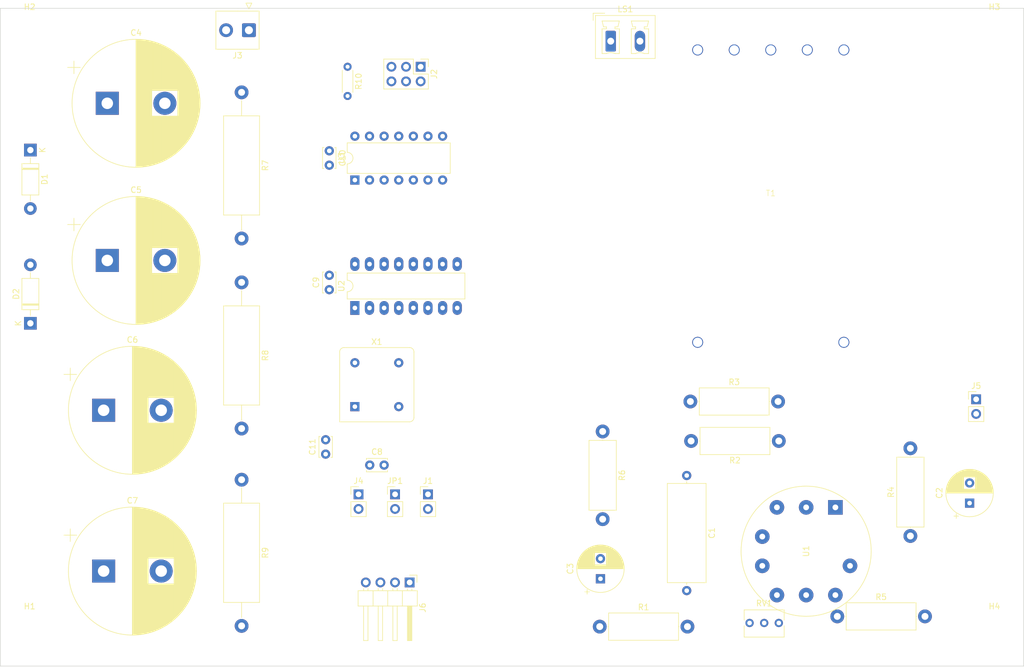
<source format=kicad_pcb>
(kicad_pcb (version 20221018) (generator pcbnew)
  (layers (0 "F.Cu" signal) (31 "B.Cu" signal) (34 "B.Paste" user) (35 "F.Paste" user) (36 "B.SilkS" user "B.Silkscreen") (37 "F.SilkS" user "F.Silkscreen") (38 "B.Mask" user) (39 "F.Mask" user) (44 "Edge.Cuts" user))
  (net 0 "")
  (net 1 "Net-(C1-Pad1)")
  (net 2 "Net-(U1A-A)")
  (net 3 "Net-(U1B-K)")
  (net 4 "Earth")
  (net 5 "HT")
  (net 6 "Net-(U1B-G)")
  (net 7 "Net-(U1A-K)")
  (net 8 "Net-(C3-Pad1)")
  (net 9 "Net-(U1A-G)")
  (net 10 "Net-(J1-Pin_1)")
  (net 11 "Net-(T1-BLU)")
  (net 12 "Net-(T1-BLK)")
  (net 14 "Net-(T1-YEL)")
  (net 16 "Net-(D1-K)")
  (net 17 "Net-(C4-Pad2)")
  (net 18 "Net-(D2-K)")
  (net 19 "Net-(C6-Pad1)")
  (net 20 "Net-(J3-Pin_1)")
  (net 23 "+5V")
  (net 24 "Net-(J4-Pin_1)")
  (net 25 "Net-(JP1-A)")
  (net 26 "/MISO")
  (net 27 "VCC")
  (net 28 "/SCL")
  (net 29 "/MOSI")
  (net 30 "/nRESET")
  (net 31 "GND")
  (net 32 "Net-(J5-Pin_1)")
  (net 33 "Net-(J5-Pin_2)")
  (net 34 "/RXD")
  (net 35 "/TXD")
  (net 36 "Net-(U2-D0)")
  (net 37 "Net-(U2-nWE)")
  (net 38 "Net-(U2-D7)")
  (net 39 "Net-(U2-D6)")
  (net 40 "Net-(U2-D5)")
  (net 41 "Net-(U2-D4)")
  (net 42 "/CLK")
  (footprint "Capacitor_THT:CP_Radial_D22.0mm_P10.00mm_SnapIn" (layer "F.Cu") (at 63.025 60.96)
    (fp_text reference "C4" (at 5 -12.25) (layer "F.SilkS"))
    (fp_text value "100u 400V")
    (pad "1" thru_hole rect (at 0 0) (size 4 4) (drill 2) (layers "*.Cu" "*.Mask") (net 16 "Net-(D1-K)"))
    (pad "2" thru_hole circle (at 10 0) (size 4 4) (drill 2) (layers "*.Cu" "*.Mask") (net 17 "Net-(C4-Pad2)"))
  )
  (footprint "Capacitor_THT:CP_Radial_D8.0mm_P3.50mm" (layer "F.Cu") (at 148.717 143.581 90)
    (fp_text reference "C3" (at 1.75 -5.25 90) (layer "F.SilkS"))
    (fp_text value "33uF 400V")
    (pad "1" thru_hole rect (at 0 0 90) (size 1.6 1.6) (drill 0.8) (layers "*.Cu" "*.Mask") (net 8 "Net-(C3-Pad1)"))
    (pad "2" thru_hole circle (at 3.5 0 90) (size 1.6 1.6) (drill 0.8) (layers "*.Cu" "*.Mask") (net 4 "Earth"))
  )
  (footprint "Capacitor_THT:CP_Radial_D22.0mm_P10.00mm_SnapIn" (layer "F.Cu") (at 62.39 114.3)
    (fp_text reference "C6" (at 5 -12.25) (layer "F.SilkS"))
    (fp_text value "100u 400V")
    (pad "1" thru_hole rect (at 0 0) (size 4 4) (drill 2) (layers "*.Cu" "*.Mask") (net 19 "Net-(C6-Pad1)"))
    (pad "2" thru_hole circle (at 10 0) (size 4 4) (drill 2) (layers "*.Cu" "*.Mask") (net 4 "Earth"))
  )
  (footprint "Capacitor_THT:C_Disc_D3.4mm_W2.1mm_P2.50mm" (layer "F.Cu") (at 101.6 69.215 -90)
    (fp_text reference "C10" (at 1.25 -2.3 90) (layer "F.SilkS"))
    (fp_text value "0.1uF")
    (pad "1" thru_hole circle (at 0 0 270) (size 1.6 1.6) (drill 0.8) (layers "*.Cu" "*.Mask") (net 4 "Earth"))
    (pad "2" thru_hole circle (at 2.5 0 270) (size 1.6 1.6) (drill 0.8) (layers "*.Cu" "*.Mask") (net 23 "+5V"))
  )
  (footprint "Potentiometer_THT:Potentiometer_Bourns_3266Y_Vertical" (layer "F.Cu") (at 179.705 151.257)
    (fp_text reference "RV1" (at -2.54 -3.41) (layer "F.SilkS"))
    (fp_text value "100k_audio")
    (pad "1" thru_hole circle (at 0 0) (size 1.44 1.44) (drill 0.8) (layers "*.Cu" "*.Mask") (net 4 "Earth"))
    (pad "2" thru_hole circle (at -2.54 0) (size 1.44 1.44) (drill 0.8) (layers "*.Cu" "*.Mask") (net 9 "Net-(U1A-G)"))
    (pad "3" thru_hole circle (at -5.08 0) (size 1.44 1.44) (drill 0.8) (layers "*.Cu" "*.Mask") (net 10 "Net-(J1-Pin_1)"))
  )
  (footprint "Resistor_THT:R_Axial_DIN0617_L17.0mm_D6.0mm_P25.40mm_Horizontal" (layer "F.Cu") (at 86.36 126.365 -90)
    (fp_text reference "R9" (at 12.7 -4.12 90) (layer "F.SilkS"))
    (fp_text value "200 ohm 5W")
    (pad "1" thru_hole circle (at 0 0 270) (size 2.4 2.4) (drill 1.2) (layers "*.Cu" "*.Mask") (net 19 "Net-(C6-Pad1)"))
    (pad "2" thru_hole oval (at 25.4 0 270) (size 2.4 2.4) (drill 1.2) (layers "*.Cu" "*.Mask") (net 5 "HT"))
  )
  (footprint "Connector_PinHeader_2.54mm:PinHeader_1x02_P2.54mm_Vertical" (layer "F.Cu") (at 113.03 128.905)
    (fp_text reference "JP1" (at 0 -2.33) (layer "F.SilkS"))
    (fp_text value "JP2")
    (pad "1" thru_hole rect (at 0 0) (size 1.7 1.7) (drill 1) (layers "*.Cu" "*.Mask") (net 25 "Net-(JP1-A)"))
    (pad "2" thru_hole oval (at 0 2.54) (size 1.7 1.7) (drill 1) (layers "*.Cu" "*.Mask") (net 10 "Net-(J1-Pin_1)"))
  )
  (footprint "Resistor_THT:R_Axial_DIN0414_L11.9mm_D4.5mm_P15.24mm_Horizontal" (layer "F.Cu") (at 148.59 151.892)
    (fp_text reference "R1" (at 7.62 -3.37) (layer "F.SilkS"))
    (fp_text value "100k")
    (pad "1" thru_hole circle (at 0 0) (size 2.4 2.4) (drill 1.2) (layers "*.Cu" "*.Mask") (net 8 "Net-(C3-Pad1)"))
    (pad "2" thru_hole oval (at 15.24 0) (size 2.4 2.4) (drill 1.2) (layers "*.Cu" "*.Mask") (net 2 "Net-(U1A-A)"))
  )
  (footprint "Resistor_THT:R_Axial_DIN0204_L3.6mm_D1.6mm_P5.08mm_Horizontal" (layer "F.Cu") (at 104.775 54.61 -90)
    (fp_text reference "R10" (at 2.54 -1.92 -90) (layer "F.SilkS"))
    (fp_text value "10k")
    (pad "1" thru_hole circle (at 0 0 270) (size 1.4 1.4) (drill 0.7) (layers "*.Cu" "*.Mask") (net 30 "/nRESET"))
    (pad "2" thru_hole oval (at 5.08 0 270) (size 1.4 1.4) (drill 0.7) (layers "*.Cu" "*.Mask") (net 27 "VCC"))
  )
  (footprint "Connector_PinHeader_2.54mm:PinHeader_1x02_P2.54mm_Vertical" (layer "F.Cu") (at 106.68 128.905)
    (fp_text reference "J4" (at 0 -2.33) (layer "F.SilkS"))
    (fp_text value "Conn_01x02")
    (pad "1" thru_hole rect (at 0 0) (size 1.7 1.7) (drill 1) (layers "*.Cu" "*.Mask") (net 24 "Net-(J4-Pin_1)"))
    (pad "2" thru_hole oval (at 0 2.54) (size 1.7 1.7) (drill 1) (layers "*.Cu" "*.Mask") (net 4 "Earth"))
  )
  (footprint "Resistor_THT:R_Axial_DIN0414_L11.9mm_D4.5mm_P15.24mm_Horizontal" (layer "F.Cu") (at 179.705 119.634 180)
    (fp_text reference "R2" (at 7.62 -3.37) (layer "F.SilkS"))
    (fp_text value "1.5k")
    (pad "1" thru_hole circle (at 0 0 180) (size 2.4 2.4) (drill 1.2) (layers "*.Cu" "*.Mask") (net 6 "Net-(U1B-G)"))
    (pad "2" thru_hole oval (at 15.24 0 180) (size 2.4 2.4) (drill 1.2) (layers "*.Cu" "*.Mask") (net 1 "Net-(C1-Pad1)"))
  )
  (footprint "Valve:Valve_Noval_P" (layer "F.Cu") (at 189.535 131.17 90)
    (fp_text reference "U1" (at -7.62 -5.08 90) (layer "F.SilkS"))
    (fp_text value "6CY7")
    (pad "1" thru_hole rect (at 0 0 90) (size 2.54 2.54) (drill 1) (layers "*.Cu" "*.Mask") (net 11 "Net-(T1-BLU)"))
    (pad "2" thru_hole circle (at 0 -5.08 90) (size 2.54 2.54) (drill 1) (layers "*.Cu" "*.Mask"))
    (pad "3" thru_hole circle (at 0 -10.16 90) (size 2.54 2.54) (drill 1) (layers "*.Cu" "*.Mask") (net 6 "Net-(U1B-G)"))
    (pad "4" thru_hole circle (at -5.08 -12.7 90) (size 2.54 2.54) (drill 1) (layers "*.Cu" "*.Mask") (net 32 "Net-(J5-Pin_1)"))
    (pad "5" thru_hole circle (at -10.16 -12.7 90) (size 2.54 2.54) (drill 1) (layers "*.Cu" "*.Mask") (net 33 "Net-(J5-Pin_2)"))
    (pad "6" thru_hole circle (at -15.24 -10.16 90) (size 2.54 2.54) (drill 1) (layers "*.Cu" "*.Mask") (net 2 "Net-(U1A-A)"))
    (pad "7" thru_hole circle (at -15.24 -5.08 90) (size 2.54 2.54) (drill 1) (layers "*.Cu" "*.Mask") (net 9 "Net-(U1A-G)"))
    (pad "8" thru_hole circle (at -15.24 0 90) (size 2.54 2.54) (drill 1) (layers "*.Cu" "*.Mask") (net 7 "Net-(U1A-K)"))
    (pad "9" thru_hole circle (at -10.16 2.54 90) (size 2.54 2.54) (drill 1) (layers "*.Cu" "*.Mask") (net 3 "Net-(U1B-K)"))
  )
  (footprint "Connector_PinHeader_2.54mm:PinHeader_1x02_P2.54mm_Vertical" (layer "F.Cu") (at 118.745 128.905)
    (fp_text reference "J1" (at 0 -2.33) (layer "F.SilkS"))
    (fp_text value "Conn_01x02")
    (pad "1" thru_hole rect (at 0 0) (size 1.7 1.7) (drill 1) (layers "*.Cu" "*.Mask") (net 10 "Net-(J1-Pin_1)"))
    (pad "2" thru_hole oval (at 0 2.54) (size 1.7 1.7) (drill 1) (layers "*.Cu" "*.Mask") (net 4 "Earth"))
  )
  (footprint "Capacitor_THT:C_Disc_D3.4mm_W2.1mm_P2.50mm" (layer "F.Cu") (at 101.6 93.345 90)
    (fp_text reference "C9" (at 1.25 -2.3 90) (layer "F.SilkS"))
    (fp_text value "0.1uF")
    (pad "1" thru_hole circle (at 0 0 90) (size 1.6 1.6) (drill 0.8) (layers "*.Cu" "*.Mask") (net 4 "Earth"))
    (pad "2" thru_hole circle (at 2.5 0 90) (size 1.6 1.6) (drill 0.8) (layers "*.Cu" "*.Mask") (net 23 "+5V"))
  )
  (footprint "Package_DIP:DIP-16_W7.62mm_LongPads" (layer "F.Cu") (at 106.045 96.52 90)
    (fp_text reference "U2" (at 3.81 -2.33 90) (layer "F.SilkS"))
    (fp_text value "SN76489")
    (pad "1" thru_hole rect (at 0 0 90) (size 2.4 1.6) (drill 0.8) (layers "*.Cu" "*.Mask") (net 26 "/MISO"))
    (pad "2" thru_hole oval (at 0 2.54 90) (size 2.4 1.6) (drill 0.8) (layers "*.Cu" "*.Mask") (net 29 "/MOSI"))
    (pad "3" thru_hole oval (at 0 5.08 90) (size 2.4 1.6) (drill 0.8) (layers "*.Cu" "*.Mask") (net 36 "Net-(U2-D0)"))
    (pad "4" thru_hole oval (at 0 7.62 90) (size 2.4 1.6) (drill 0.8) (layers "*.Cu" "*.Mask"))
    (pad "5" thru_hole oval (at 0 10.16 90) (size 2.4 1.6) (drill 0.8) (layers "*.Cu" "*.Mask") (net 37 "Net-(U2-nWE)"))
    (pad "6" thru_hole oval (at 0 12.7 90) (size 2.4 1.6) (drill 0.8) (layers "*.Cu" "*.Mask"))
    (pad "7" thru_hole oval (at 0 15.24 90) (size 2.4 1.6) (drill 0.8) (layers "*.Cu" "*.Mask") (net 24 "Net-(J4-Pin_1)"))
    (pad "8" thru_hole oval (at 0 17.78 90) (size 2.4 1.6) (drill 0.8) (layers "*.Cu" "*.Mask") (net 4 "Earth"))
    (pad "9" thru_hole oval (at 7.62 17.78 90) (size 2.4 1.6) (drill 0.8) (layers "*.Cu" "*.Mask"))
    (pad "10" thru_hole oval (at 7.62 15.24 90) (size 2.4 1.6) (drill 0.8) (layers "*.Cu" "*.Mask") (net 38 "Net-(U2-D7)"))
    (pad "11" thru_hole oval (at 7.62 12.7 90) (size 2.4 1.6) (drill 0.8) (layers "*.Cu" "*.Mask") (net 39 "Net-(U2-D6)"))
    (pad "12" thru_hole oval (at 7.62 10.16 90) (size 2.4 1.6) (drill 0.8) (layers "*.Cu" "*.Mask") (net 40 "Net-(U2-D5)"))
    (pad "13" thru_hole oval (at 7.62 7.62 90) (size 2.4 1.6) (drill 0.8) (layers "*.Cu" "*.Mask") (net 41 "Net-(U2-D4)"))
    (pad "14" thru_hole oval (at 7.62 5.08 90) (size 2.4 1.6) (drill 0.8) (layers "*.Cu" "*.Mask") (net 42 "/CLK"))
    (pad "15" thru_hole oval (at 7.62 2.54 90) (size 2.4 1.6) (drill 0.8) (layers "*.Cu" "*.Mask") (net 28 "/SCL"))
    (pad "16" thru_hole oval (at 7.62 0 90) (size 2.4 1.6) (drill 0.8) (layers "*.Cu" "*.Mask") (net 23 "+5V"))
  )
  (footprint "Connector_PinHeader_2.54mm:PinHeader_2x03_P2.54mm_Vertical" (layer "F.Cu") (at 117.475 54.61 -90)
    (fp_text reference "J2" (at 1.27 -2.33 90) (layer "F.SilkS"))
    (fp_text value "AVR-ISP-6")
    (pad "1" thru_hole rect (at 0 0 270) (size 1.7 1.7) (drill 1) (layers "*.Cu" "*.Mask") (net 26 "/MISO"))
    (pad "2" thru_hole oval (at 2.54 0 270) (size 1.7 1.7) (drill 1) (layers "*.Cu" "*.Mask") (net 27 "VCC"))
    (pad "3" thru_hole oval (at 0 2.54 270) (size 1.7 1.7) (drill 1) (layers "*.Cu" "*.Mask") (net 28 "/SCL"))
    (pad "4" thru_hole oval (at 2.54 2.54 270) (size 1.7 1.7) (drill 1) (layers "*.Cu" "*.Mask") (net 29 "/MOSI"))
    (pad "5" thru_hole oval (at 0 5.08 270) (size 1.7 1.7) (drill 1) (layers "*.Cu" "*.Mask") (net 30 "/nRESET"))
    (pad "6" thru_hole oval (at 2.54 5.08 270) (size 1.7 1.7) (drill 1) (layers "*.Cu" "*.Mask") (net 31 "GND"))
  )
  (footprint "my_hammond:125BSE" (layer "F.Cu") (at 178.308 77.089)
    (fp_text reference "T1" (at 0 -0.5 unlocked) (layer "F.SilkS") (effects (font (thickness 0.1))))
    (fp_text value "125BSE")
    (pad "" np_thru_hole circle (at -35.7124 0) (size 4.572 4.572) (drill 4.572) (layers "F&B.Cu" "*.Mask"))
    (pad "" np_thru_hole circle (at 35.7124 0) (size 4.572 4.572) (drill 4.572) (layers "F&B.Cu" "*.Mask"))
    (pad "1" thru_hole circle (at -12.7 25.4) (size 1.905 1.905) (drill 1.6002) (layers "*.Cu" "*.Mask") (net 5 "HT"))
    (pad "2" thru_hole circle (at 12.7 25.4) (size 1.905 1.905) (drill 1.6002) (layers "*.Cu" "*.Mask") (net 11 "Net-(T1-BLU)"))
    (pad "3" thru_hole circle (at 12.7 -25.4) (size 1.905 1.905) (drill 1.6002) (layers "*.Cu" "*.Mask"))
    (pad "4" thru_hole circle (at 6.35 -25.4) (size 1.905 1.905) (drill 1.6002) (layers "*.Cu" "*.Mask") (net 12 "Net-(T1-BLK)"))
    (pad "5" thru_hole circle (at 0 -25.4) (size 1.905 1.905) (drill 1.6002) (layers "*.Cu" "*.Mask"))
    (pad "6" thru_hole circle (at -6.35 -25.4) (size 1.905 1.905) (drill 1.6002) (layers "*.Cu" "*.Mask") (net 14 "Net-(T1-YEL)"))
    (pad "7" thru_hole circle (at -12.7 -25.4) (size 1.905 1.905) (drill 1.6002) (layers "*.Cu" "*.Mask"))
  )
  (footprint "Resistor_THT:R_Axial_DIN0414_L11.9mm_D4.5mm_P15.24mm_Horizontal" (layer "F.Cu") (at 149.098 117.983 -90)
    (fp_text reference "R6" (at 7.62 -3.37 90) (layer "F.SilkS"))
    (fp_text value "R_US")
    (pad "1" thru_hole circle (at 0 0 270) (size 2.4 2.4) (drill 1.2) (layers "*.Cu" "*.Mask") (net 5 "HT"))
    (pad "2" thru_hole oval (at 15.24 0 270) (size 2.4 2.4) (drill 1.2) (layers "*.Cu" "*.Mask") (net 8 "Net-(C3-Pad1)"))
  )
  (footprint "Resistor_THT:R_Axial_DIN0617_L17.0mm_D6.0mm_P25.40mm_Horizontal" (layer "F.Cu") (at 86.36 59.055 -90)
    (fp_text reference "R7" (at 12.7 -4.12 90) (layer "F.SilkS"))
    (fp_text value "120 ohm 5W")
    (pad "1" thru_hole circle (at 0 0 270) (size 2.4 2.4) (drill 1.2) (layers "*.Cu" "*.Mask") (net 20 "Net-(J3-Pin_1)"))
    (pad "2" thru_hole oval (at 25.4 0 270) (size 2.4 2.4) (drill 1.2) (layers "*.Cu" "*.Mask") (net 17 "Net-(C4-Pad2)"))
  )
  (footprint "Resistor_THT:R_Axial_DIN0414_L11.9mm_D4.5mm_P15.24mm_Horizontal" (layer "F.Cu") (at 189.865 150.114)
    (fp_text reference "R5" (at 7.62 -3.37) (layer "F.SilkS"))
    (fp_text value "1.5k")
    (pad "1" thru_hole circle (at 0 0) (size 2.4 2.4) (drill 1.2) (layers "*.Cu" "*.Mask") (net 7 "Net-(U1A-K)"))
    (pad "2" thru_hole oval (at 15.24 0) (size 2.4 2.4) (drill 1.2) (layers "*.Cu" "*.Mask") (net 4 "Earth"))
  )
  (footprint "Package_DIP:DIP-14_W7.62mm" (layer "F.Cu") (at 106.045 74.295 90)
    (fp_text reference "U3" (at 3.81 -2.33 90) (layer "F.SilkS"))
    (fp_text value "ATtiny84A-P")
    (pad "1" thru_hole rect (at 0 0 90) (size 1.6 1.6) (drill 0.8) (layers "*.Cu" "*.Mask") (net 23 "+5V"))
    (pad "2" thru_hole oval (at 0 2.54 90) (size 1.6 1.6) (drill 0.8) (layers "*.Cu" "*.Mask") (net 37 "Net-(U2-nWE)"))
    (pad "3" thru_hole oval (at 0 5.08 90) (size 1.6 1.6) (drill 0.8) (layers "*.Cu" "*.Mask") (net 34 "/RXD"))
    (pad "4" thru_hole oval (at 0 7.62 90) (size 1.6 1.6) (drill 0.8) (layers "*.Cu" "*.Mask") (net 30 "/nRESET"))
    (pad "5" thru_hole oval (at 0 10.16 90) (size 1.6 1.6) (drill 0.8) (layers "*.Cu" "*.Mask") (net 35 "/TXD"))
    (pad "6" thru_hole oval (at 0 12.7 90) (size 1.6 1.6) (drill 0.8) (layers "*.Cu" "*.Mask") (net 36 "Net-(U2-D0)"))
    (pad "7" thru_hole oval (at 0 15.24 90) (size 1.6 1.6) (drill 0.8) (layers "*.Cu" "*.Mask") (net 29 "/MOSI"))
    (pad "8" thru_hole oval (at 7.62 15.24 90) (size 1.6 1.6) (drill 0.8) (layers "*.Cu" "*.Mask") (net 26 "/MISO"))
    (pad "9" thru_hole oval (at 7.62 12.7 90) (size 1.6 1.6) (drill 0.8) (layers "*.Cu" "*.Mask") (net 28 "/SCL"))
    (pad "10" thru_hole oval (at 7.62 10.16 90) (size 1.6 1.6) (drill 0.8) (layers "*.Cu" "*.Mask") (net 41 "Net-(U2-D4)"))
    (pad "11" thru_hole oval (at 7.62 7.62 90) (size 1.6 1.6) (drill 0.8) (layers "*.Cu" "*.Mask") (net 40 "Net-(U2-D5)"))
    (pad "12" thru_hole oval (at 7.62 5.08 90) (size 1.6 1.6) (drill 0.8) (layers "*.Cu" "*.Mask") (net 39 "Net-(U2-D6)"))
    (pad "13" thru_hole oval (at 7.62 2.54 90) (size 1.6 1.6) (drill 0.8) (layers "*.Cu" "*.Mask") (net 38 "Net-(U2-D7)"))
    (pad "14" thru_hole oval (at 7.62 0 90) (size 1.6 1.6) (drill 0.8) (layers "*.Cu" "*.Mask") (net 4 "Earth"))
  )
  (footprint "Capacitor_THT:CP_Radial_D22.0mm_P10.00mm_SnapIn" (layer "F.Cu") (at 63.025 88.265)
    (fp_text reference "C5" (at 5 -12.25) (layer "F.SilkS"))
    (fp_text value "100u 400V")
    (pad "1" thru_hole rect (at 0 0) (size 4 4) (drill 2) (layers "*.Cu" "*.Mask") (net 18 "Net-(D2-K)"))
    (pad "2" thru_hole circle (at 10 0) (size 4 4) (drill 2) (layers "*.Cu" "*.Mask") (net 4 "Earth"))
  )
  (footprint "Connector_PinHeader_2.54mm:PinHeader_1x02_P2.54mm_Vertical" (layer "F.Cu") (at 213.995 112.39)
    (fp_text reference "J5" (at 0 -2.33) (layer "F.SilkS"))
    (fp_text value "Conn_01x02")
    (pad "1" thru_hole rect (at 0 0) (size 1.7 1.7) (drill 1) (layers "*.Cu" "*.Mask") (net 32 "Net-(J5-Pin_1)"))
    (pad "2" thru_hole oval (at 0 2.54) (size 1.7 1.7) (drill 1) (layers "*.Cu" "*.Mask") (net 33 "Net-(J5-Pin_2)"))
  )
  (footprint "Capacitor_THT:CP_Radial_D8.0mm_P3.50mm" (layer "F.Cu") (at 212.852 130.429 90)
    (fp_text reference "C2" (at 1.75 -5.25 90) (layer "F.SilkS"))
    (fp_text value "100uF")
    (pad "1" thru_hole rect (at 0 0 90) (size 1.6 1.6) (drill 0.8) (layers "*.Cu" "*.Mask") (net 3 "Net-(U1B-K)"))
    (pad "2" thru_hole circle (at 3.5 0 90) (size 1.6 1.6) (drill 0.8) (layers "*.Cu" "*.Mask") (net 4 "Earth"))
  )
  (footprint "Capacitor_THT:C_Disc_D3.4mm_W2.1mm_P2.50mm" (layer "F.Cu") (at 100.965 121.92 90)
    (fp_text reference "C11" (at 1.25 -2.3 90) (layer "F.SilkS"))
    (fp_text value "2.2uF")
    (pad "1" thru_hole circle (at 0 0 90) (size 1.6 1.6) (drill 0.8) (layers "*.Cu" "*.Mask") (net 4 "Earth"))
    (pad "2" thru_hole circle (at 2.5 0 90) (size 1.6 1.6) (drill 0.8) (layers "*.Cu" "*.Mask") (net 23 "+5V"))
  )
  (footprint "MountingHole:MountingHole_4.3mm_M4" (layer "F.Cu") (at 49.53 153.67)
    (fp_text reference "H1" (at 0 -5.3) (layer "F.SilkS"))
    (fp_text value "MountingHole")
    (pad "" np_thru_hole circle (at 0 0) (size 4.3 4.3) (drill 4.3) (layers "*.Cu" "*.Mask"))
  )
  (footprint "Oscillator:Oscillator_DIP-8" (layer "F.Cu") (at 106.045 113.665)
    (fp_text reference "X1" (at 3.81 -11.26) (layer "F.SilkS"))
    (fp_text value "CXO_DIP8")
    (pad "1" thru_hole rect (at 0 0) (size 1.6 1.6) (drill 0.8) (layers "*.Cu" "*.Mask"))
    (pad "4" thru_hole circle (at 7.62 0) (size 1.6 1.6) (drill 0.8) (layers "*.Cu" "*.Mask") (net 4 "Earth"))
    (pad "5" thru_hole circle (at 7.62 -7.62) (size 1.6 1.6) (drill 0.8) (layers "*.Cu" "*.Mask") (net 42 "/CLK"))
    (pad "8" thru_hole circle (at 0 -7.62) (size 1.6 1.6) (drill 0.8) (layers "*.Cu" "*.Mask") (net 23 "+5V"))
  )
  (footprint "Connector_TE-Connectivity:TE_826576-2_1x02_P3.96mm_Vertical" (layer "F.Cu") (at 87.63 48.26 180)
    (fp_text reference "J3" (at 1.98 -4.4) (layer "F.SilkS"))
    (fp_text value "Conn_01x02")
    (pad "1" thru_hole roundrect (at 0 0 180) (size 2.4 2.4) (drill 1.4) (layers "*.Cu" "*.Mask") (roundrect_rratio 0.104167) (net 20 "Net-(J3-Pin_1)"))
    (pad "2" thru_hole circle (at 3.96 0 180) (size 2.4 2.4) (drill 1.4) (layers "*.Cu" "*.Mask") (net 4 "Earth"))
  )
  (footprint "Resistor_THT:R_Axial_DIN0617_L17.0mm_D6.0mm_P25.40mm_Horizontal" (layer "F.Cu") (at 86.36 92.075 -90)
    (fp_text reference "R8" (at 12.7 -4.12 90) (layer "F.SilkS"))
    (fp_text value "200 ohm 5W")
    (pad "1" thru_hole circle (at 0 0 270) (size 2.4 2.4) (drill 1.2) (layers "*.Cu" "*.Mask") (net 18 "Net-(D2-K)"))
    (pad "2" thru_hole oval (at 25.4 0 270) (size 2.4 2.4) (drill 1.2) (layers "*.Cu" "*.Mask") (net 19 "Net-(C6-Pad1)"))
  )
  (footprint "MountingHole:MountingHole_4.3mm_M4" (layer "F.Cu") (at 217.17 49.53)
    (fp_text reference "H3" (at 0 -5.3) (layer "F.SilkS"))
    (fp_text value "MountingHole")
    (pad "" np_thru_hole circle (at 0 0) (size 4.3 4.3) (drill 4.3) (layers "*.Cu" "*.Mask"))
  )
  (footprint "Capacitor_THT:CP_Radial_D22.0mm_P10.00mm_SnapIn" (layer "F.Cu") (at 62.39 142.24)
    (fp_text reference "C7" (at 5 -12.25) (layer "F.SilkS"))
    (fp_text value "100u 400V")
    (pad "1" thru_hole rect (at 0 0) (size 4 4) (drill 2) (layers "*.Cu" "*.Mask") (net 5 "HT"))
    (pad "2" thru_hole circle (at 10 0) (size 4 4) (drill 2) (layers "*.Cu" "*.Mask") (net 4 "Earth"))
  )
  (footprint "MountingHole:MountingHole_4.3mm_M4" (layer "F.Cu") (at 49.53 49.53)
    (fp_text reference "H2" (at 0 -5.3) (layer "F.SilkS"))
    (fp_text value "MountingHole")
    (pad "" np_thru_hole circle (at 0 0) (size 4.3 4.3) (drill 4.3) (layers "*.Cu" "*.Mask"))
  )
  (footprint "Resistor_THT:R_Axial_DIN0414_L11.9mm_D4.5mm_P15.24mm_Horizontal" (layer "F.Cu") (at 202.565 136.144 90)
    (fp_text reference "R4" (at 7.62 -3.37 90) (layer "F.SilkS"))
    (fp_text value "1k 1W")
    (pad "1" thru_hole circle (at 0 0 90) (size 2.4 2.4) (drill 1.2) (layers "*.Cu" "*.Mask") (net 3 "Net-(U1B-K)"))
    (pad "2" thru_hole oval (at 15.24 0 90) (size 2.4 2.4) (drill 1.2) (layers "*.Cu" "*.Mask") (net 4 "Earth"))
  )
  (footprint "Diode_THT:D_DO-41_SOD81_P10.16mm_Horizontal" (layer "F.Cu") (at 49.657 99.187 90)
    (fp_text reference "D2" (at 5.08 -2.47 90) (layer "F.SilkS"))
    (fp_text value "1N4007")
    (fp_text user "K" (at 0 -2.1 90) (layer "F.SilkS"))
    (pad "1" thru_hole rect (at 0 0 90) (size 2.2 2.2) (drill 1.1) (layers "*.Cu" "*.Mask") (net 18 "Net-(D2-K)"))
    (pad "2" thru_hole oval (at 10.16 0 90) (size 2.2 2.2) (drill 1.1) (layers "*.Cu" "*.Mask") (net 16 "Net-(D1-K)"))
  )
  (footprint "Diode_THT:D_DO-41_SOD81_P10.16mm_Horizontal" (layer "F.Cu") (at 49.657 69.088 -90)
    (fp_text reference "D1" (at 5.08 -2.47 90) (layer "F.SilkS"))
    (fp_text value "1N4007")
    (fp_text user "K" (at 0 -2.1 90) (layer "F.SilkS"))
    (pad "1" thru_hole rect (at 0 0 270) (size 2.2 2.2) (drill 1.1) (layers "*.Cu" "*.Mask") (net 16 "Net-(D1-K)"))
    (pad "2" thru_hole oval (at 10.16 0 270) (size 2.2 2.2) (drill 1.1) (layers "*.Cu" "*.Mask") (net 4 "Earth"))
  )
  (footprint "MountingHole:MountingHole_4.3mm_M4" (layer "F.Cu") (at 217.17 153.67)
    (fp_text reference "H4" (at 0 -5.3) (layer "F.SilkS"))
    (fp_text value "MountingHole")
    (pad "" np_thru_hole circle (at 0 0) (size 4.3 4.3) (drill 4.3) (layers "*.Cu" "*.Mask"))
  )
  (footprint "Resistor_THT:R_Axial_DIN0414_L11.9mm_D4.5mm_P15.24mm_Horizontal" (layer "F.Cu") (at 164.338 112.776)
    (fp_text reference "R3" (at 7.62 -3.37) (layer "F.SilkS"))
    (fp_text value "1M")
    (pad "1" thru_hole circle (at 0 0) (size 2.4 2.4) (drill 1.2) (layers "*.Cu" "*.Mask") (net 1 "Net-(C1-Pad1)"))
    (pad "2" thru_hole oval (at 15.24 0) (size 2.4 2.4) (drill 1.2) (layers "*.Cu" "*.Mask") (net 4 "Earth"))
  )
  (footprint "Capacitor_THT:C_Axial_L17.0mm_D6.5mm_P20.00mm_Horizontal" (layer "F.Cu") (at 163.703 125.636 -90)
    (fp_text reference "C1" (at 10 -4.37 90) (layer "F.SilkS"))
    (fp_text value ".0033uF")
    (pad "1" thru_hole circle (at 0 0 270) (size 1.6 1.6) (drill 0.8) (layers "*.Cu" "*.Mask") (net 1 "Net-(C1-Pad1)"))
    (pad "2" thru_hole oval (at 20 0 270) (size 1.6 1.6) (drill 0.8) (layers "*.Cu" "*.Mask") (net 2 "Net-(U1A-A)"))
  )
  (footprint "Connector_PinHeader_2.54mm:PinHeader_1x04_P2.54mm_Horizontal" (layer "F.Cu") (at 115.56 144.215 -90)
    (fp_text reference "J6" (at 4.385 -2.27 90) (layer "F.SilkS"))
    (fp_text value "Conn_01x04")
    (pad "1" thru_hole rect (at 0 0 270) (size 1.7 1.7) (drill 1) (layers "*.Cu" "*.Mask") (net 23 "+5V"))
    (pad "2" thru_hole oval (at 0 2.54 270) (size 1.7 1.7) (drill 1) (layers "*.Cu" "*.Mask") (net 34 "/RXD"))
    (pad "3" thru_hole oval (at 0 5.08 270) (size 1.7 1.7) (drill 1) (layers "*.Cu" "*.Mask") (net 35 "/TXD"))
    (pad "4" thru_hole oval (at 0 7.62 270) (size 1.7 1.7) (drill 1) (layers "*.Cu" "*.Mask") (net 31 "GND"))
  )
  (footprint "Connector_Phoenix_MC_HighVoltage:PhoenixContact_MCV_1,5_2-G-5.08_1x02_P5.08mm_Vertical" (layer "F.Cu") (at 150.495 50.165)
    (fp_text reference "LS1" (at 2.54 -5.55) (layer "F.SilkS"))
    (fp_text value "Speaker")
    (pad "1" thru_hole roundrect (at 0 0) (size 1.8 3.6) (drill 1.2) (layers "*.Cu" "*.Mask") (roundrect_rratio 0.138889) (net 14 "Net-(T1-YEL)"))
    (pad "2" thru_hole oval (at 5.08 0) (size 1.8 3.6) (drill 1.2) (layers "*.Cu" "*.Mask") (net 12 "Net-(T1-BLK)"))
  )
  (footprint "Capacitor_THT:C_Disc_D3.4mm_W2.1mm_P2.50mm" (layer "F.Cu") (at 108.625 123.825)
    (fp_text reference "C8" (at 1.25 -2.3) (layer "F.SilkS"))
    (fp_text value "0.1uF")
    (pad "1" thru_hole circle (at 0 0) (size 1.6 1.6) (drill 0.8) (layers "*.Cu" "*.Mask") (net 24 "Net-(J4-Pin_1)"))
    (pad "2" thru_hole circle (at 2.5 0) (size 1.6 1.6) (drill 0.8) (layers "*.Cu" "*.Mask") (net 25 "Net-(JP1-A)"))
  )
  (gr_line (start 222.25 158.75) (end 44.45 158.75) (stroke (width 0.1)) (layer "Edge.Cuts"))
  (gr_line (start 44.45 44.45) (end 222.25 44.45) (stroke (width 0.1)) (layer "Edge.Cuts"))
  (gr_line (start 44.45 158.75) (end 44.45 44.45) (stroke (width 0.1)) (layer "Edge.Cuts"))
  (gr_line (start 222.25 44.45) (end 222.25 158.75) (stroke (width 0.1)) (layer "Edge.Cuts"))
)
</source>
